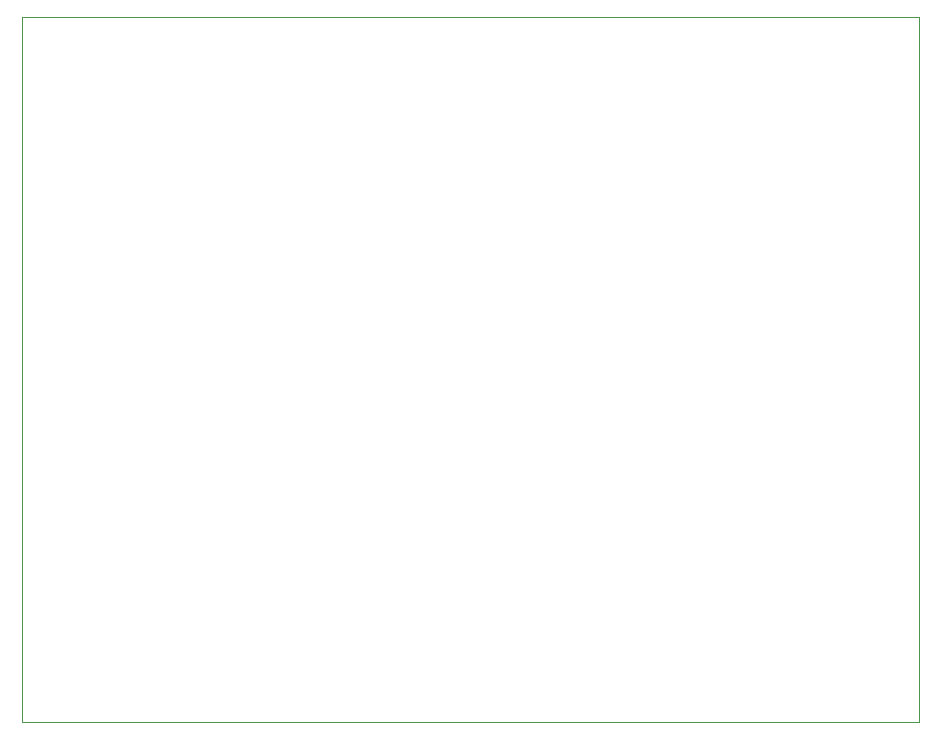
<source format=gbr>
%TF.GenerationSoftware,Altium Limited,Altium Designer,23.10.1 (27)*%
G04 Layer_Color=16711935*
%FSLAX45Y45*%
%MOMM*%
%TF.SameCoordinates,49BF859E-9BDC-4D10-AAFA-A85DB01860A2*%
%TF.FilePolarity,Positive*%
%TF.FileFunction,Keep-out,Top*%
%TF.Part,Single*%
G01*
G75*
%TA.AperFunction,NonConductor*%
%ADD28C,0.00000*%
D28*
X2413000Y8000009D02*
X10000005D01*
Y2032000D02*
Y8000009D01*
X2413000Y2032000D02*
X10000005D01*
X2413000D02*
Y8000009D01*
%TF.MD5,c57953f514fcb861fe483b489d9116dc*%
M02*

</source>
